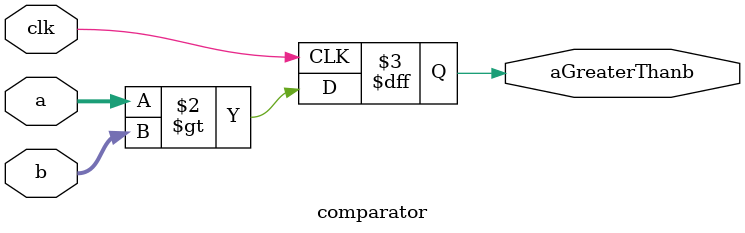
<source format=sv>
`timescale 1ns / 1ps


module comparator#(
    parameter int INPUT_WIDTH = 4
) (
    input logic clk,
    input  logic[INPUT_WIDTH - 1:0] a,
    input  logic[INPUT_WIDTH - 1:0] b,
    output logic aGreaterThanb
    );

always_ff @(posedge clk) aGreaterThanb <= a > b;

endmodule

</source>
